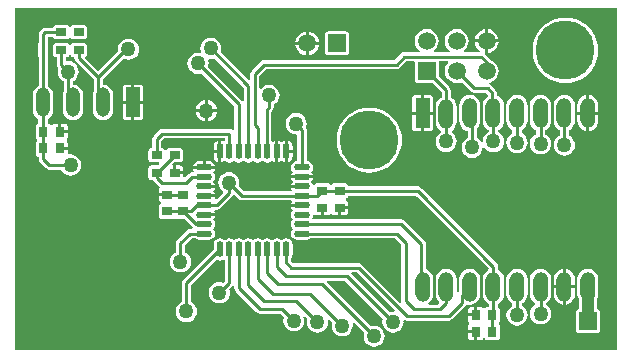
<source format=gbl>
G04 Layer_Physical_Order=2*
G04 Layer_Color=16711680*
%FSLAX25Y25*%
%MOIN*%
G70*
G01*
G75*
%ADD14R,0.03543X0.03150*%
%ADD15R,0.03150X0.03543*%
%ADD16C,0.01000*%
%ADD17C,0.19685*%
%ADD18R,0.04724X0.09842*%
%ADD19O,0.04724X0.09842*%
%ADD20R,0.05905X0.05905*%
%ADD21C,0.05905*%
%ADD22C,0.05000*%
%ADD23R,0.05000X0.10000*%
%ADD24O,0.05000X0.10000*%
%ADD25R,0.03543X0.02756*%
%ADD26O,0.05315X0.02165*%
%ADD27O,0.02165X0.05315*%
%ADD28C,0.03937*%
G36*
X200787Y0D02*
X0D01*
Y114173D01*
X200787D01*
Y0D01*
D02*
G37*
%LPC*%
G36*
X67807Y65839D02*
X66184D01*
Y64764D01*
X66345Y63951D01*
X66806Y63262D01*
X67494Y62802D01*
X67807Y62740D01*
Y65839D01*
D02*
G37*
G36*
X87705Y69937D02*
Y66339D01*
Y62740D01*
X88017Y62802D01*
X88706Y63262D01*
X88853D01*
X89542Y62802D01*
X89854Y62740D01*
Y66339D01*
Y69937D01*
X89542Y69875D01*
X88853Y69415D01*
X88706D01*
X88017Y69875D01*
X87705Y69937D01*
D02*
G37*
G36*
X183071Y85167D02*
X182157Y85047D01*
X181306Y84694D01*
X180575Y84133D01*
X180014Y83402D01*
X179661Y82551D01*
X179541Y81637D01*
Y76637D01*
X179661Y75723D01*
X180014Y74872D01*
X180575Y74141D01*
X181306Y73580D01*
X181542Y73482D01*
Y71659D01*
X181306Y71561D01*
X180575Y71000D01*
X180014Y70269D01*
X179661Y69418D01*
X179541Y68504D01*
X179661Y67590D01*
X180014Y66739D01*
X180575Y66008D01*
X181306Y65447D01*
X182157Y65094D01*
X183071Y64974D01*
X183984Y65094D01*
X184836Y65447D01*
X185567Y66008D01*
X186128Y66739D01*
X186481Y67590D01*
X186601Y68504D01*
X186481Y69418D01*
X186128Y70269D01*
X185567Y71000D01*
X184836Y71561D01*
X184600Y71659D01*
Y73482D01*
X184836Y73580D01*
X185567Y74141D01*
X186128Y74872D01*
X186481Y75723D01*
X186601Y76637D01*
Y81637D01*
X186481Y82551D01*
X186128Y83402D01*
X185567Y84133D01*
X184836Y84694D01*
X183984Y85047D01*
X183071Y85167D01*
D02*
G37*
G36*
X62492Y63147D02*
X61417D01*
X60605Y62985D01*
X59916Y62525D01*
X59456Y61836D01*
X59393Y61524D01*
X62492D01*
Y63147D01*
D02*
G37*
G36*
X64567D02*
X63492D01*
Y61524D01*
X66591D01*
X66529Y61836D01*
X66069Y62525D01*
X65380Y62985D01*
X64567Y63147D01*
D02*
G37*
G36*
X92478Y65839D02*
X90854D01*
Y62740D01*
X91167Y62802D01*
X91856Y63262D01*
X92316Y63951D01*
X92478Y64764D01*
Y65839D01*
D02*
G37*
G36*
X175197Y85167D02*
X174283Y85047D01*
X173432Y84694D01*
X172701Y84133D01*
X172140Y83402D01*
X171787Y82551D01*
X171667Y81637D01*
Y76637D01*
X171787Y75723D01*
X172140Y74872D01*
X172701Y74141D01*
X173432Y73580D01*
X173668Y73482D01*
Y72053D01*
X173432Y71955D01*
X172701Y71394D01*
X172140Y70663D01*
X171787Y69811D01*
X171667Y68898D01*
X171787Y67984D01*
X172140Y67133D01*
X172701Y66401D01*
X173432Y65840D01*
X174283Y65488D01*
X175197Y65367D01*
X176110Y65488D01*
X176962Y65840D01*
X177693Y66401D01*
X178254Y67133D01*
X178607Y67984D01*
X178727Y68898D01*
X178607Y69811D01*
X178254Y70663D01*
X177693Y71394D01*
X176962Y71955D01*
X176726Y72053D01*
Y73482D01*
X176962Y73580D01*
X177693Y74141D01*
X178254Y74872D01*
X178607Y75723D01*
X178727Y76637D01*
Y81637D01*
X178607Y82551D01*
X178254Y83402D01*
X177693Y84133D01*
X176962Y84694D01*
X176110Y85047D01*
X175197Y85167D01*
D02*
G37*
G36*
X135327Y78637D02*
X132307D01*
Y74137D01*
X132385Y73747D01*
X132606Y73416D01*
X132937Y73195D01*
X133327Y73117D01*
X135327D01*
Y78637D01*
D02*
G37*
G36*
X139346D02*
X136327D01*
Y73117D01*
X138327D01*
X138717Y73195D01*
X139048Y73416D01*
X139269Y73747D01*
X139346Y74137D01*
Y78637D01*
D02*
G37*
G36*
X190445D02*
X187415D01*
Y76637D01*
X187535Y75723D01*
X187888Y74872D01*
X188449Y74141D01*
X189180Y73580D01*
X190031Y73227D01*
X190445Y73172D01*
Y78637D01*
D02*
G37*
G36*
X167323Y85167D02*
X166409Y85047D01*
X165558Y84694D01*
X164827Y84133D01*
X164266Y83402D01*
X163913Y82551D01*
X163793Y81637D01*
Y76637D01*
X163913Y75723D01*
X164266Y74872D01*
X164827Y74141D01*
X165558Y73580D01*
X165794Y73482D01*
Y72446D01*
X165558Y72349D01*
X164827Y71788D01*
X164266Y71056D01*
X163913Y70205D01*
X163793Y69291D01*
X163913Y68378D01*
X164266Y67526D01*
X164827Y66795D01*
X165558Y66234D01*
X166409Y65881D01*
X167323Y65761D01*
X168236Y65881D01*
X169088Y66234D01*
X169819Y66795D01*
X170380Y67526D01*
X170733Y68378D01*
X170853Y69291D01*
X170733Y70205D01*
X170380Y71056D01*
X169819Y71788D01*
X169088Y72349D01*
X168852Y72446D01*
Y73482D01*
X169088Y73580D01*
X169819Y74141D01*
X170380Y74872D01*
X170733Y75723D01*
X170853Y76637D01*
Y81637D01*
X170733Y82551D01*
X170380Y83402D01*
X169819Y84133D01*
X169088Y84694D01*
X168236Y85047D01*
X167323Y85167D01*
D02*
G37*
G36*
X67807Y69937D02*
X67494Y69875D01*
X66806Y69415D01*
X66345Y68726D01*
X66184Y67913D01*
Y66839D01*
X67807D01*
Y69937D01*
D02*
G37*
G36*
X90854Y69937D02*
Y66839D01*
X92478D01*
Y67913D01*
X92316Y68726D01*
X91856Y69415D01*
X91167Y69875D01*
X90854Y69937D01*
D02*
G37*
G36*
X175197Y27290D02*
X174283Y27170D01*
X173432Y26817D01*
X172701Y26256D01*
X172140Y25525D01*
X171787Y24674D01*
X171667Y23760D01*
Y18760D01*
X171787Y17846D01*
X172140Y16995D01*
X172701Y16264D01*
X173347Y15768D01*
X173395Y15482D01*
X173347Y15197D01*
X172701Y14701D01*
X172140Y13970D01*
X171787Y13118D01*
X171667Y12205D01*
X171787Y11291D01*
X172140Y10440D01*
X172701Y9708D01*
X173432Y9148D01*
X174283Y8795D01*
X175197Y8675D01*
X176110Y8795D01*
X176962Y9148D01*
X177693Y9708D01*
X178254Y10440D01*
X178607Y11291D01*
X178727Y12205D01*
X178607Y13118D01*
X178254Y13970D01*
X177693Y14701D01*
X177047Y15197D01*
X176999Y15482D01*
X177047Y15768D01*
X177693Y16264D01*
X178254Y16995D01*
X178607Y17846D01*
X178727Y18760D01*
Y23760D01*
X178607Y24674D01*
X178254Y25525D01*
X177693Y26256D01*
X176962Y26817D01*
X176110Y27170D01*
X175197Y27290D01*
D02*
G37*
G36*
X153043Y14602D02*
X151969D01*
X151578Y14525D01*
X151248Y14304D01*
X151026Y13973D01*
X150949Y13583D01*
Y12311D01*
X153043D01*
Y14602D01*
D02*
G37*
G36*
X182571Y20760D02*
X179541D01*
Y18760D01*
X179661Y17846D01*
X180014Y16995D01*
X180575Y16264D01*
X181306Y15703D01*
X182157Y15350D01*
X182571Y15295D01*
Y20760D01*
D02*
G37*
G36*
X153043Y5799D02*
X150949D01*
Y4528D01*
X151026Y4137D01*
X151248Y3807D01*
X151578Y3586D01*
X151969Y3508D01*
X153043D01*
Y5799D01*
D02*
G37*
G36*
X190945Y27290D02*
X190031Y27170D01*
X189180Y26817D01*
X188449Y26256D01*
X187888Y25525D01*
X187535Y24674D01*
X187415Y23760D01*
Y18760D01*
X187535Y17846D01*
X187888Y16995D01*
X187951Y16913D01*
Y13807D01*
X187602Y13737D01*
X187271Y13516D01*
X187050Y13185D01*
X186972Y12795D01*
Y6890D01*
X187050Y6500D01*
X187271Y6169D01*
X187602Y5948D01*
X187992Y5870D01*
X193898D01*
X194288Y5948D01*
X194619Y6169D01*
X194840Y6500D01*
X194917Y6890D01*
Y12795D01*
X194840Y13185D01*
X194619Y13516D01*
X194288Y13737D01*
X193939Y13807D01*
Y16913D01*
X194002Y16995D01*
X194355Y17846D01*
X194475Y18760D01*
Y23760D01*
X194355Y24674D01*
X194002Y25525D01*
X193441Y26256D01*
X192710Y26817D01*
X191858Y27170D01*
X190945Y27290D01*
D02*
G37*
G36*
X167323D02*
X166409Y27170D01*
X165558Y26817D01*
X164827Y26256D01*
X164266Y25525D01*
X163913Y24674D01*
X163793Y23760D01*
Y18760D01*
X163913Y17846D01*
X164266Y16995D01*
X164827Y16264D01*
X165558Y15703D01*
X165794Y15605D01*
Y14966D01*
X165558Y14868D01*
X164827Y14307D01*
X164266Y13576D01*
X163913Y12725D01*
X163793Y11811D01*
X163913Y10897D01*
X164266Y10046D01*
X164827Y9315D01*
X165558Y8754D01*
X166409Y8401D01*
X167323Y8281D01*
X168236Y8401D01*
X169088Y8754D01*
X169819Y9315D01*
X170380Y10046D01*
X170733Y10897D01*
X170853Y11811D01*
X170733Y12725D01*
X170380Y13576D01*
X169819Y14307D01*
X169088Y14868D01*
X168852Y14966D01*
Y15605D01*
X169088Y15703D01*
X169819Y16264D01*
X170380Y16995D01*
X170733Y17846D01*
X170853Y18760D01*
Y23760D01*
X170733Y24674D01*
X170380Y25525D01*
X169819Y26256D01*
X169088Y26817D01*
X168236Y27170D01*
X167323Y27290D01*
D02*
G37*
G36*
X186601Y20760D02*
X183571D01*
Y15295D01*
X183984Y15350D01*
X184836Y15703D01*
X185567Y16264D01*
X186128Y16995D01*
X186481Y17846D01*
X186601Y18760D01*
Y20760D01*
D02*
G37*
G36*
X93701Y79121D02*
X92787Y79001D01*
X91936Y78648D01*
X91205Y78087D01*
X90644Y77356D01*
X90291Y76504D01*
X90171Y75590D01*
X90291Y74677D01*
X90644Y73826D01*
X91205Y73094D01*
X91936Y72533D01*
X92787Y72181D01*
X93701Y72060D01*
X93764Y72069D01*
X94140Y71739D01*
Y63147D01*
X94095D01*
X93282Y62985D01*
X92593Y62525D01*
X92133Y61836D01*
X91971Y61024D01*
X92133Y60211D01*
X92383Y59837D01*
X92560Y59449D01*
X92383Y59061D01*
X92133Y58687D01*
X92071Y58374D01*
X95669D01*
X99268D01*
X99206Y58687D01*
X98956Y59061D01*
X98779Y59449D01*
X98956Y59837D01*
X99206Y60211D01*
X99368Y61024D01*
X99206Y61836D01*
X98746Y62525D01*
X98057Y62985D01*
X97244Y63147D01*
X97199D01*
Y73622D01*
X97082Y74207D01*
X96980Y74361D01*
X97111Y74677D01*
X97231Y75590D01*
X97111Y76504D01*
X96758Y77356D01*
X96197Y78087D01*
X95466Y78648D01*
X94614Y79001D01*
X93701Y79121D01*
D02*
G37*
G36*
X118110Y80955D02*
X116409Y80821D01*
X114749Y80423D01*
X113173Y79769D01*
X111717Y78878D01*
X110420Y77769D01*
X109311Y76472D01*
X108420Y75016D01*
X107766Y73440D01*
X107368Y71780D01*
X107234Y70079D01*
X107368Y68377D01*
X107766Y66718D01*
X108420Y65141D01*
X109311Y63686D01*
X110420Y62388D01*
X111717Y61280D01*
X113173Y60388D01*
X114749Y59735D01*
X116409Y59337D01*
X118110Y59203D01*
X119812Y59337D01*
X121471Y59735D01*
X123048Y60388D01*
X124503Y61280D01*
X125801Y62388D01*
X126909Y63686D01*
X127801Y65141D01*
X128454Y66718D01*
X128852Y68377D01*
X128986Y70079D01*
X128852Y71780D01*
X128454Y73440D01*
X127801Y75016D01*
X126909Y76472D01*
X125801Y77769D01*
X124503Y78878D01*
X123048Y79769D01*
X121471Y80423D01*
X119812Y80821D01*
X118110Y80955D01*
D02*
G37*
G36*
X54921Y61650D02*
X53650D01*
Y59752D01*
X55941D01*
Y60630D01*
X55863Y61020D01*
X55642Y61351D01*
X55311Y61572D01*
X54921Y61650D01*
D02*
G37*
G36*
X182571Y27224D02*
X182157Y27170D01*
X181306Y26817D01*
X180575Y26256D01*
X180014Y25525D01*
X179661Y24674D01*
X179541Y23760D01*
Y21760D01*
X182571D01*
Y27224D01*
D02*
G37*
G36*
X183571D02*
Y21760D01*
X186601D01*
Y23760D01*
X186481Y24674D01*
X186128Y25525D01*
X185567Y26256D01*
X184836Y26817D01*
X183984Y27170D01*
X183571Y27224D01*
D02*
G37*
G36*
X111059Y47138D02*
X108768D01*
Y45043D01*
X110039D01*
X110430Y45121D01*
X110760Y45342D01*
X110981Y45673D01*
X111059Y46063D01*
Y47138D01*
D02*
G37*
G36*
X110315Y106334D02*
X104409D01*
X104019Y106257D01*
X103689Y106036D01*
X103468Y105705D01*
X103390Y105315D01*
Y99410D01*
X103468Y99019D01*
X103689Y98689D01*
X104019Y98467D01*
X104409Y98390D01*
X110315D01*
X110705Y98467D01*
X111036Y98689D01*
X111257Y99019D01*
X111335Y99410D01*
Y105315D01*
X111257Y105705D01*
X111036Y106036D01*
X110705Y106257D01*
X110315Y106334D01*
D02*
G37*
G36*
X96862Y101862D02*
X93441D01*
X93511Y101330D01*
X93910Y100369D01*
X94543Y99543D01*
X95369Y98909D01*
X96330Y98511D01*
X96862Y98441D01*
Y101862D01*
D02*
G37*
G36*
X101283D02*
X97862D01*
Y98441D01*
X98394Y98511D01*
X99356Y98909D01*
X100181Y99543D01*
X100815Y100369D01*
X101213Y101330D01*
X101283Y101862D01*
D02*
G37*
G36*
X41653Y88618D02*
X39791D01*
Y83177D01*
X42673D01*
Y87598D01*
X42595Y87989D01*
X42375Y88319D01*
X42044Y88540D01*
X41653Y88618D01*
D02*
G37*
G36*
X183465Y110876D02*
X181763Y110742D01*
X180104Y110344D01*
X178527Y109691D01*
X177072Y108799D01*
X175774Y107691D01*
X174666Y106393D01*
X173774Y104938D01*
X173121Y103361D01*
X172722Y101701D01*
X172589Y100000D01*
X172722Y98299D01*
X173121Y96639D01*
X173774Y95062D01*
X174666Y93607D01*
X175774Y92309D01*
X177072Y91201D01*
X178527Y90309D01*
X180104Y89656D01*
X181763Y89258D01*
X183465Y89124D01*
X185166Y89258D01*
X186826Y89656D01*
X188402Y90309D01*
X189857Y91201D01*
X191155Y92309D01*
X192263Y93607D01*
X193155Y95062D01*
X193808Y96639D01*
X194207Y98299D01*
X194341Y100000D01*
X194207Y101701D01*
X193808Y103361D01*
X193155Y104938D01*
X192263Y106393D01*
X191155Y107691D01*
X189857Y108799D01*
X188402Y109691D01*
X186826Y110344D01*
X185166Y110742D01*
X183465Y110876D01*
D02*
G37*
G36*
X37795Y103924D02*
X36882Y103804D01*
X36030Y103451D01*
X35299Y102890D01*
X34738Y102159D01*
X34385Y101307D01*
X34265Y100394D01*
X34346Y99777D01*
X27716Y93147D01*
X23452Y97412D01*
X23585Y97986D01*
X23753Y98098D01*
X23974Y98429D01*
X24051Y98819D01*
Y101575D01*
X23974Y101965D01*
X23753Y102296D01*
X23422Y102517D01*
X23031Y102594D01*
X19488D01*
X19098Y102517D01*
X18767Y102296D01*
X18571Y102001D01*
X18307Y101972D01*
X18044Y102001D01*
X17847Y102296D01*
X17516Y102517D01*
X17126Y102594D01*
X13583D01*
X13193Y102517D01*
X12862Y102296D01*
X12641Y101965D01*
X12563Y101575D01*
Y98819D01*
X12641Y98429D01*
X12862Y98098D01*
X13193Y97877D01*
X13583Y97799D01*
X13825D01*
Y95276D01*
X13941Y94690D01*
X14273Y94194D01*
X14404Y94063D01*
X14307Y93827D01*
X14186Y92913D01*
X14307Y92000D01*
X14659Y91148D01*
X15220Y90417D01*
X15951Y89856D01*
X16187Y89758D01*
Y86528D01*
X16016Y86114D01*
X15900Y85236D01*
Y80118D01*
X16016Y79240D01*
X16354Y78422D01*
X16893Y77720D01*
X17596Y77181D01*
X18414Y76842D01*
X19291Y76727D01*
X20169Y76842D01*
X20987Y77181D01*
X21689Y77720D01*
X22228Y78422D01*
X22567Y79240D01*
X22683Y80118D01*
Y85236D01*
X22567Y86114D01*
X22228Y86932D01*
X21689Y87634D01*
X20987Y88173D01*
X20169Y88512D01*
X19291Y88627D01*
X19246Y88667D01*
Y89758D01*
X19482Y89856D01*
X20213Y90417D01*
X20774Y91148D01*
X21126Y92000D01*
X21247Y92913D01*
X21126Y93827D01*
X20774Y94678D01*
X20213Y95410D01*
X19482Y95971D01*
X18630Y96323D01*
X17717Y96444D01*
X17260Y96383D01*
X16884Y96713D01*
Y97799D01*
X17126D01*
X17516Y97877D01*
X17847Y98098D01*
X18044Y98392D01*
X18307Y98421D01*
X18571Y98392D01*
X18767Y98098D01*
X19098Y97877D01*
X19488Y97799D01*
X19730D01*
Y97441D01*
X19847Y96856D01*
X20178Y96359D01*
X26187Y90351D01*
Y86528D01*
X26016Y86114D01*
X25900Y85236D01*
Y80118D01*
X26016Y79240D01*
X26355Y78422D01*
X26893Y77720D01*
X27596Y77181D01*
X28414Y76842D01*
X29291Y76727D01*
X30169Y76842D01*
X30987Y77181D01*
X31689Y77720D01*
X32228Y78422D01*
X32567Y79240D01*
X32682Y80118D01*
Y85236D01*
X32567Y86114D01*
X32228Y86932D01*
X31689Y87634D01*
X30987Y88173D01*
X30169Y88512D01*
X29291Y88627D01*
X29246Y88667D01*
Y90351D01*
X36173Y97277D01*
X36882Y96984D01*
X37795Y96864D01*
X38709Y96984D01*
X39560Y97337D01*
X40292Y97897D01*
X40852Y98629D01*
X41205Y99480D01*
X41326Y100394D01*
X41205Y101307D01*
X40852Y102159D01*
X40292Y102890D01*
X39560Y103451D01*
X38709Y103804D01*
X37795Y103924D01*
D02*
G37*
G36*
X161165Y102650D02*
X157744D01*
Y99229D01*
X158276Y99299D01*
X159238Y99697D01*
X160063Y100330D01*
X160697Y101156D01*
X161095Y102118D01*
X161165Y102650D01*
D02*
G37*
G36*
X156744Y107071D02*
X156212Y107001D01*
X155251Y106602D01*
X154425Y105969D01*
X153791Y105143D01*
X153393Y104182D01*
X153323Y103650D01*
X156744D01*
Y107071D01*
D02*
G37*
G36*
X157744D02*
Y103650D01*
X161165D01*
X161095Y104182D01*
X160697Y105143D01*
X160063Y105969D01*
X159238Y106602D01*
X158276Y107001D01*
X157744Y107071D01*
D02*
G37*
G36*
X23031Y108500D02*
X19488D01*
X19098Y108422D01*
X18767Y108201D01*
X18571Y107907D01*
X18307Y107878D01*
X18044Y107907D01*
X17847Y108201D01*
X17516Y108422D01*
X17126Y108500D01*
X13583D01*
X13193Y108422D01*
X12862Y108201D01*
X12641Y107870D01*
X12593Y107632D01*
X10039D01*
X9454Y107515D01*
X8958Y107184D01*
X8367Y106593D01*
X8036Y106097D01*
X7919Y105512D01*
Y102790D01*
X7914Y102781D01*
X7797Y102196D01*
Y98198D01*
X7914Y97612D01*
X7919Y97604D01*
Y88307D01*
X7596Y88173D01*
X6893Y87634D01*
X6355Y86932D01*
X6016Y86114D01*
X5900Y85236D01*
Y80118D01*
X6016Y79240D01*
X6355Y78422D01*
X6893Y77720D01*
X7596Y77181D01*
X7762Y77112D01*
Y75604D01*
X7484Y75548D01*
X7153Y75327D01*
X6932Y74997D01*
X6854Y74606D01*
Y71063D01*
X6932Y70673D01*
X7153Y70342D01*
Y69815D01*
X6932Y69485D01*
X6854Y69095D01*
Y65551D01*
X6932Y65161D01*
X7153Y64830D01*
X7484Y64609D01*
X7874Y64532D01*
X7919D01*
Y63779D01*
X8036Y63194D01*
X8367Y62698D01*
X10336Y60730D01*
X10832Y60398D01*
X11417Y60282D01*
X15349D01*
X15447Y60046D01*
X16008Y59315D01*
X16739Y58754D01*
X17590Y58401D01*
X18504Y58281D01*
X19418Y58401D01*
X20269Y58754D01*
X21000Y59315D01*
X21561Y60046D01*
X21914Y60897D01*
X22034Y61811D01*
X21914Y62725D01*
X21561Y63576D01*
X21000Y64307D01*
X20269Y64868D01*
X19418Y65221D01*
X18504Y65341D01*
X18010Y65276D01*
X17845Y65376D01*
X17555Y65721D01*
Y66823D01*
X14961D01*
Y67823D01*
X17555D01*
Y69095D01*
X17477Y69485D01*
X17256Y69815D01*
Y70342D01*
X17477Y70673D01*
X17555Y71063D01*
Y72335D01*
X14961D01*
Y72835D01*
X14461D01*
Y75626D01*
X13386D01*
X12996Y75548D01*
X12665Y75327D01*
X12468Y75033D01*
X12205Y75004D01*
X11941Y75033D01*
X11745Y75327D01*
X11414Y75548D01*
X11024Y75626D01*
X10821D01*
Y77112D01*
X10987Y77181D01*
X11689Y77720D01*
X12228Y78422D01*
X12567Y79240D01*
X12683Y80118D01*
Y85236D01*
X12567Y86114D01*
X12228Y86932D01*
X11689Y87634D01*
X10987Y88173D01*
X10978Y88177D01*
Y98075D01*
X10862Y98661D01*
X10856Y98669D01*
Y101725D01*
X10862Y101733D01*
X10978Y102318D01*
Y104573D01*
X12593D01*
X12641Y104334D01*
X12862Y104004D01*
X13193Y103782D01*
X13583Y103705D01*
X17126D01*
X17516Y103782D01*
X17847Y104004D01*
X18044Y104298D01*
X18307Y104327D01*
X18571Y104298D01*
X18767Y104004D01*
X19098Y103782D01*
X19488Y103705D01*
X23031D01*
X23422Y103782D01*
X23753Y104004D01*
X23974Y104334D01*
X24051Y104724D01*
Y107480D01*
X23974Y107870D01*
X23753Y108201D01*
X23422Y108422D01*
X23031Y108500D01*
D02*
G37*
G36*
X147244Y107136D02*
X146212Y107001D01*
X145251Y106602D01*
X144425Y105969D01*
X143791Y105143D01*
X143393Y104182D01*
X143257Y103150D01*
X143393Y102118D01*
X143791Y101156D01*
X144425Y100330D01*
X144935Y99939D01*
X144766Y99439D01*
X139723D01*
X139553Y99939D01*
X140063Y100330D01*
X140697Y101156D01*
X141095Y102118D01*
X141231Y103150D01*
X141095Y104182D01*
X140697Y105143D01*
X140063Y105969D01*
X139237Y106602D01*
X138276Y107001D01*
X137244Y107136D01*
X136212Y107001D01*
X135251Y106602D01*
X134425Y105969D01*
X133791Y105143D01*
X133393Y104182D01*
X133257Y103150D01*
X133393Y102118D01*
X133791Y101156D01*
X134425Y100330D01*
X134935Y99939D01*
X134766Y99439D01*
X129799D01*
X129214Y99322D01*
X128718Y98991D01*
X126532Y96805D01*
X83071D01*
X82486Y96689D01*
X81989Y96357D01*
X78840Y93207D01*
X78508Y92711D01*
X78392Y92126D01*
Y90409D01*
X77930Y90217D01*
X68588Y99559D01*
X68686Y99795D01*
X68806Y100709D01*
X68686Y101622D01*
X68333Y102474D01*
X67772Y103205D01*
X67041Y103766D01*
X66189Y104119D01*
X65276Y104239D01*
X64362Y104119D01*
X63511Y103766D01*
X62779Y103205D01*
X62218Y102474D01*
X61866Y101622D01*
X61745Y100709D01*
X61866Y99795D01*
X61939Y99617D01*
X61588Y99159D01*
X60984Y99239D01*
X60071Y99119D01*
X59219Y98766D01*
X58488Y98205D01*
X57927Y97474D01*
X57574Y96622D01*
X57454Y95709D01*
X57574Y94795D01*
X57927Y93944D01*
X58488Y93212D01*
X59219Y92651D01*
X60071Y92299D01*
X60984Y92178D01*
X61898Y92299D01*
X62134Y92396D01*
X73077Y81453D01*
Y73419D01*
X72577Y73268D01*
X72538Y73326D01*
X72042Y73657D01*
X71457Y73773D01*
X49016D01*
X48430Y73657D01*
X47934Y73326D01*
X46163Y71554D01*
X45831Y71058D01*
X45715Y70473D01*
Y67555D01*
X45472D01*
X45082Y67477D01*
X44752Y67256D01*
X44530Y66926D01*
X44453Y66535D01*
Y63779D01*
X44530Y63389D01*
X44752Y63059D01*
X45082Y62837D01*
X45472Y62760D01*
X47936D01*
X48127Y62298D01*
X47479Y61650D01*
X45472D01*
X45082Y61572D01*
X44752Y61351D01*
X44530Y61020D01*
X44453Y60630D01*
Y57874D01*
X44530Y57484D01*
X44752Y57153D01*
X45082Y56932D01*
X45472Y56854D01*
X45858D01*
X46163Y56399D01*
X47738Y54824D01*
X47997Y54650D01*
X48208Y54377D01*
X48125Y54010D01*
X48074Y53934D01*
X47996Y53543D01*
Y52469D01*
X50788D01*
Y51468D01*
X47996D01*
Y50394D01*
X48074Y50003D01*
X48295Y49673D01*
X48589Y49476D01*
X48618Y49213D01*
X48589Y48949D01*
X48295Y48752D01*
X48074Y48422D01*
X47996Y48031D01*
Y44882D01*
X48074Y44492D01*
X48295Y44161D01*
X48626Y43940D01*
X49016Y43862D01*
X52559D01*
X52949Y43940D01*
X52956Y43944D01*
X53347Y44129D01*
X53737Y43944D01*
X53744Y43940D01*
X54134Y43862D01*
X56337D01*
X59155Y41045D01*
X59213Y41006D01*
X59061Y40506D01*
X58268D01*
X57682Y40389D01*
X57186Y40058D01*
X54037Y36908D01*
X53705Y36412D01*
X53589Y35827D01*
Y32682D01*
X53353Y32585D01*
X52622Y32024D01*
X52061Y31293D01*
X51708Y30441D01*
X51588Y29528D01*
X51708Y28614D01*
X52061Y27762D01*
X52622Y27031D01*
X53353Y26470D01*
X54204Y26118D01*
X55118Y25997D01*
X56032Y26118D01*
X56883Y26470D01*
X57614Y27031D01*
X58175Y27762D01*
X58528Y28614D01*
X58648Y29528D01*
X58528Y30441D01*
X58175Y31293D01*
X57614Y32024D01*
X56883Y32585D01*
X56647Y32682D01*
Y35193D01*
X58901Y37447D01*
X59957D01*
X60605Y37015D01*
X61417Y36853D01*
X64567D01*
X65380Y37015D01*
X66069Y37475D01*
X66529Y38164D01*
X66690Y38976D01*
X66529Y39789D01*
X66278Y40163D01*
X66102Y40551D01*
X66278Y40939D01*
X66529Y41313D01*
X66690Y42126D01*
X66529Y42939D01*
X66278Y43313D01*
X66102Y43701D01*
X66278Y44089D01*
X66529Y44463D01*
X66591Y44776D01*
X62992D01*
Y45776D01*
X66591D01*
X66529Y46088D01*
X66323Y46396D01*
X66590Y46896D01*
X67323D01*
X67908Y47012D01*
X68404Y47344D01*
X72341Y51281D01*
X72611Y51684D01*
X73157Y51845D01*
X74509Y50493D01*
X75005Y50162D01*
X75591Y50045D01*
X92071D01*
X92338Y49545D01*
X92133Y49238D01*
X92071Y48925D01*
X95669D01*
Y47925D01*
X92071D01*
X92133Y47613D01*
X92383Y47238D01*
X92560Y46850D01*
X92383Y46463D01*
X92133Y46088D01*
X91971Y45276D01*
X92133Y44463D01*
X92383Y44089D01*
X92560Y43701D01*
X92383Y43313D01*
X92133Y42939D01*
X91971Y42126D01*
X92133Y41313D01*
X92383Y40939D01*
X92560Y40551D01*
X92383Y40163D01*
X92133Y39789D01*
X91971Y38976D01*
X92133Y38164D01*
X92593Y37475D01*
X93282Y37015D01*
X94095Y36853D01*
X97244D01*
X98057Y37015D01*
X98704Y37447D01*
X126532D01*
X128786Y35193D01*
Y16535D01*
X128866Y16130D01*
X128405Y15883D01*
X115648Y28640D01*
X115152Y28972D01*
X114567Y29089D01*
X92760D01*
X91884Y29964D01*
Y30627D01*
X92316Y31274D01*
X92478Y32087D01*
Y35236D01*
X92316Y36049D01*
X91856Y36738D01*
X91167Y37198D01*
X90354Y37360D01*
X89542Y37198D01*
X88853Y36738D01*
X88706D01*
X88017Y37198D01*
X87205Y37360D01*
X86392Y37198D01*
X86018Y36948D01*
X85630Y36771D01*
X85242Y36948D01*
X84868Y37198D01*
X84055Y37360D01*
X83242Y37198D01*
X82554Y36738D01*
X82407D01*
X81718Y37198D01*
X80905Y37360D01*
X80093Y37198D01*
X79404Y36738D01*
X79257D01*
X78569Y37198D01*
X77756Y37360D01*
X76943Y37198D01*
X76254Y36738D01*
X76108D01*
X75419Y37198D01*
X74606Y37360D01*
X73794Y37198D01*
X73105Y36738D01*
X72958D01*
X72269Y37198D01*
X71457Y37360D01*
X70644Y37198D01*
X70270Y36948D01*
X69882Y36771D01*
X69494Y36948D01*
X69120Y37198D01*
X68307Y37360D01*
X67494Y37198D01*
X66806Y36738D01*
X66345Y36049D01*
X66184Y35236D01*
Y33701D01*
X56005Y23522D01*
X55674Y23026D01*
X55557Y22441D01*
Y16147D01*
X55322Y16049D01*
X54590Y15488D01*
X54029Y14757D01*
X53677Y13906D01*
X53556Y12992D01*
X53677Y12078D01*
X54029Y11227D01*
X54590Y10496D01*
X55322Y9935D01*
X56173Y9582D01*
X57087Y9462D01*
X58000Y9582D01*
X58852Y9935D01*
X59583Y10496D01*
X60144Y11227D01*
X60496Y12078D01*
X60617Y12992D01*
X60496Y13906D01*
X60144Y14757D01*
X59583Y15488D01*
X58852Y16049D01*
X58616Y16147D01*
Y21807D01*
X67158Y30349D01*
X67494Y30125D01*
X68307Y29963D01*
X69120Y30125D01*
X69427Y30330D01*
X69927Y30063D01*
Y23271D01*
X69260Y22604D01*
X69024Y22701D01*
X68110Y22821D01*
X67197Y22701D01*
X66345Y22349D01*
X65614Y21788D01*
X65053Y21057D01*
X64700Y20205D01*
X64580Y19291D01*
X64700Y18378D01*
X65053Y17526D01*
X65614Y16795D01*
X66345Y16234D01*
X67197Y15881D01*
X68110Y15761D01*
X69024Y15881D01*
X69875Y16234D01*
X70606Y16795D01*
X71167Y17526D01*
X71520Y18378D01*
X71640Y19291D01*
X71520Y20205D01*
X71422Y20441D01*
X72538Y21556D01*
X72577Y21614D01*
X73077Y21463D01*
Y20669D01*
X73193Y20084D01*
X73525Y19588D01*
X80415Y12698D01*
X80911Y12367D01*
X81496Y12250D01*
X88343D01*
X89601Y10992D01*
X89504Y10756D01*
X89383Y9843D01*
X89504Y8929D01*
X89856Y8077D01*
X90417Y7346D01*
X91148Y6785D01*
X92000Y6433D01*
X92913Y6312D01*
X93827Y6433D01*
X94678Y6785D01*
X95410Y7346D01*
X95971Y8077D01*
X96323Y8929D01*
X96444Y9843D01*
X96323Y10756D01*
X96121Y11246D01*
X96544Y11529D01*
X97475Y10598D01*
X97378Y10362D01*
X97257Y9449D01*
X97378Y8535D01*
X97730Y7684D01*
X98291Y6953D01*
X99022Y6392D01*
X99874Y6039D01*
X100787Y5919D01*
X101701Y6039D01*
X102552Y6392D01*
X103284Y6953D01*
X103845Y7684D01*
X104197Y8535D01*
X104318Y9449D01*
X104214Y10239D01*
X104569Y10474D01*
X104659Y10501D01*
X105743Y9417D01*
X105645Y9181D01*
X105525Y8268D01*
X105645Y7354D01*
X105998Y6503D01*
X106559Y5771D01*
X107290Y5210D01*
X108141Y4858D01*
X109055Y4738D01*
X109969Y4858D01*
X110820Y5210D01*
X111551Y5771D01*
X112112Y6503D01*
X112465Y7354D01*
X112585Y8268D01*
X112481Y9058D01*
X112836Y9292D01*
X112927Y9320D01*
X116373Y5874D01*
X116275Y5638D01*
X116155Y4724D01*
X116275Y3811D01*
X116628Y2959D01*
X117189Y2228D01*
X117920Y1667D01*
X118771Y1314D01*
X119685Y1194D01*
X120599Y1314D01*
X121450Y1667D01*
X122181Y2228D01*
X122742Y2959D01*
X123095Y3811D01*
X123215Y4724D01*
X123095Y5638D01*
X122742Y6489D01*
X122181Y7221D01*
X121450Y7782D01*
X120599Y8134D01*
X119685Y8255D01*
X118771Y8134D01*
X118536Y8037D01*
X103799Y22774D01*
X104006Y23274D01*
X109996D01*
X122672Y10598D01*
X122574Y10362D01*
X122454Y9449D01*
X122574Y8535D01*
X122927Y7684D01*
X123488Y6953D01*
X124219Y6392D01*
X125071Y6039D01*
X125984Y5919D01*
X126898Y6039D01*
X127749Y6392D01*
X128481Y6953D01*
X129042Y7684D01*
X129394Y8535D01*
X129515Y9449D01*
X129462Y9845D01*
X129929Y10135D01*
X130123Y10004D01*
X130709Y9888D01*
X144488D01*
X145073Y10004D01*
X145570Y10336D01*
X149900Y14667D01*
X150232Y15163D01*
X150617Y15368D01*
X150661Y15350D01*
X151575Y15230D01*
X152489Y15350D01*
X153340Y15703D01*
X154071Y16264D01*
X154632Y16995D01*
X154985Y17846D01*
X155105Y18760D01*
Y23760D01*
X154985Y24674D01*
X154632Y25525D01*
X154071Y26256D01*
X153340Y26817D01*
X152489Y27170D01*
X151575Y27290D01*
X150661Y27170D01*
X149810Y26817D01*
X149079Y26256D01*
X148518Y25525D01*
X148165Y24674D01*
X148045Y23760D01*
Y19916D01*
X147681Y19606D01*
X147231Y19755D01*
Y23760D01*
X147111Y24674D01*
X146758Y25525D01*
X146197Y26256D01*
X145466Y26817D01*
X144615Y27170D01*
X143701Y27290D01*
X142787Y27170D01*
X141936Y26817D01*
X141205Y26256D01*
X140644Y25525D01*
X140291Y24674D01*
X140171Y23760D01*
Y18760D01*
X140291Y17846D01*
X140644Y16995D01*
X141205Y16264D01*
X141347Y16154D01*
X141384Y15648D01*
X141059Y15309D01*
X137900D01*
X137731Y15809D01*
X138323Y16264D01*
X138884Y16995D01*
X139237Y17846D01*
X139357Y18760D01*
Y23760D01*
X139237Y24674D01*
X138884Y25525D01*
X138323Y26256D01*
X137592Y26817D01*
X136962Y27078D01*
Y35433D01*
X136846Y36018D01*
X136514Y36514D01*
X129822Y43207D01*
X129325Y43539D01*
X128740Y43655D01*
X99268D01*
X99000Y44155D01*
X99206Y44463D01*
X99355Y45212D01*
X99547Y45308D01*
X99856Y45363D01*
X99870Y45342D01*
X100200Y45121D01*
X100591Y45043D01*
X101862D01*
Y47638D01*
X102862D01*
Y45043D01*
X104134D01*
X104524Y45121D01*
X104855Y45342D01*
X105052Y45636D01*
X105315Y45665D01*
X105578Y45636D01*
X105775Y45342D01*
X106106Y45121D01*
X106496Y45043D01*
X107768D01*
Y47638D01*
X108268D01*
Y48138D01*
X111059D01*
Y49213D01*
X110981Y49603D01*
X110760Y49934D01*
X110466Y50130D01*
X110437Y50394D01*
X110466Y50657D01*
X110760Y50854D01*
X110981Y51185D01*
X111059Y51575D01*
Y51620D01*
X133618D01*
X157862Y27377D01*
X157804Y26867D01*
X157684Y26817D01*
X156953Y26256D01*
X156392Y25525D01*
X156039Y24674D01*
X155919Y23760D01*
Y18760D01*
X156039Y17846D01*
X156392Y16995D01*
X156953Y16264D01*
X157684Y15703D01*
X157920Y15605D01*
Y14602D01*
X157480D01*
X157090Y14525D01*
X156759Y14304D01*
X156563Y14009D01*
X156299Y13980D01*
X156036Y14009D01*
X155839Y14304D01*
X155508Y14525D01*
X155118Y14602D01*
X154043D01*
Y11811D01*
X153543D01*
Y11311D01*
X150949D01*
Y10039D01*
X151026Y9649D01*
X151248Y9318D01*
X151248Y8792D01*
X151026Y8461D01*
X150949Y8071D01*
Y6799D01*
X153543D01*
Y6299D01*
X154043D01*
Y3508D01*
X155118D01*
X155508Y3586D01*
X155839Y3807D01*
X156036Y4101D01*
X156299Y4130D01*
X156563Y4101D01*
X156759Y3807D01*
X157090Y3586D01*
X157480Y3508D01*
X160630D01*
X161020Y3586D01*
X161351Y3807D01*
X161572Y4137D01*
X161650Y4528D01*
Y8071D01*
X161572Y8461D01*
X161351Y8792D01*
X161351Y9318D01*
X161572Y9649D01*
X161650Y10039D01*
Y13583D01*
X161572Y13973D01*
X161351Y14304D01*
X161020Y14525D01*
X160978Y14533D01*
Y15605D01*
X161214Y15703D01*
X161945Y16264D01*
X162506Y16995D01*
X162859Y17846D01*
X162979Y18760D01*
Y23760D01*
X162859Y24674D01*
X162506Y25525D01*
X161945Y26256D01*
X161214Y26817D01*
X160978Y26915D01*
Y27953D01*
X160862Y28538D01*
X160530Y29034D01*
X135333Y54231D01*
X134837Y54563D01*
X134252Y54679D01*
X111059D01*
Y54724D01*
X110981Y55115D01*
X110760Y55445D01*
X110430Y55666D01*
X110039Y55744D01*
X106496D01*
X106106Y55666D01*
X105775Y55445D01*
X105578Y55151D01*
X105315Y55122D01*
X105052Y55151D01*
X104855Y55445D01*
X104524Y55666D01*
X104134Y55744D01*
X100591D01*
X100200Y55666D01*
X99870Y55445D01*
X99765Y55289D01*
X99234Y55395D01*
X99206Y55537D01*
X98956Y55911D01*
X98779Y56299D01*
X98956Y56687D01*
X99206Y57061D01*
X99268Y57374D01*
X95669D01*
X92071D01*
X92133Y57061D01*
X92383Y56687D01*
X92560Y56299D01*
X92383Y55911D01*
X92133Y55537D01*
X92071Y55225D01*
X95669D01*
Y54224D01*
X92071D01*
X92133Y53912D01*
X92338Y53604D01*
X92071Y53104D01*
X76224D01*
X74572Y54756D01*
X74670Y54992D01*
X74790Y55905D01*
X74670Y56819D01*
X74317Y57671D01*
X73756Y58402D01*
X73025Y58963D01*
X72174Y59315D01*
X71260Y59436D01*
X70346Y59315D01*
X69495Y58963D01*
X68764Y58402D01*
X68203Y57671D01*
X67850Y56819D01*
X67730Y55905D01*
X67850Y54992D01*
X68203Y54140D01*
X68764Y53409D01*
X69145Y53117D01*
X69188Y52453D01*
X66994Y50260D01*
X66812Y50287D01*
X66567Y50698D01*
X66543Y50832D01*
X66591Y51075D01*
X62992D01*
Y52075D01*
X66591D01*
X66529Y52387D01*
X66278Y52762D01*
X66102Y53150D01*
X66278Y53537D01*
X66529Y53912D01*
X66591Y54224D01*
X62992D01*
Y55224D01*
X66591D01*
X66529Y55537D01*
X66278Y55911D01*
X66102Y56299D01*
X66278Y56687D01*
X66529Y57061D01*
X66690Y57874D01*
X66529Y58687D01*
X66278Y59061D01*
X66102Y59449D01*
X66278Y59837D01*
X66529Y60211D01*
X66591Y60524D01*
X62992D01*
X59393D01*
X59456Y60211D01*
X59661Y59903D01*
X59394Y59403D01*
X59055D01*
X58470Y59287D01*
X57974Y58955D01*
X56745Y57727D01*
X56077Y57733D01*
X55941Y57874D01*
Y58752D01*
X53150D01*
Y59252D01*
X52650D01*
Y61650D01*
X52458D01*
X52267Y62112D01*
X52915Y62760D01*
X54921D01*
X55311Y62838D01*
X55642Y63059D01*
X55863Y63389D01*
X55941Y63779D01*
Y66535D01*
X55863Y66926D01*
X55642Y67256D01*
X55311Y67477D01*
X54921Y67555D01*
X51378D01*
X50988Y67477D01*
X50657Y67256D01*
X50460Y66962D01*
X50197Y66933D01*
X49933Y66962D01*
X49737Y67256D01*
X49406Y67477D01*
X49016Y67555D01*
X48774D01*
Y69839D01*
X49649Y70715D01*
X69927D01*
Y69937D01*
X69427Y69670D01*
X69120Y69875D01*
X68807Y69937D01*
Y66339D01*
Y62740D01*
X69120Y62802D01*
X69809Y63262D01*
X69955D01*
X70644Y62802D01*
X71457Y62640D01*
X72269Y62802D01*
X72958Y63262D01*
X73105D01*
X73794Y62802D01*
X74606Y62640D01*
X75419Y62802D01*
X75793Y63052D01*
X76181Y63229D01*
X76569Y63052D01*
X76943Y62802D01*
X77756Y62640D01*
X78569Y62802D01*
X79257Y63262D01*
X79404D01*
X80093Y62802D01*
X80905Y62640D01*
X81718Y62802D01*
X82407Y63262D01*
X82554D01*
X83242Y62802D01*
X84055Y62640D01*
X84868Y62802D01*
X85242Y63052D01*
X85630Y63229D01*
X86018Y63052D01*
X86392Y62802D01*
X86705Y62740D01*
Y66339D01*
Y69937D01*
X86392Y69875D01*
X86018Y69625D01*
X85858Y69552D01*
X85388Y69774D01*
Y79583D01*
X85727Y79922D01*
X86059Y80419D01*
X86175Y81004D01*
Y81884D01*
X86411Y81982D01*
X87142Y82543D01*
X87703Y83274D01*
X88056Y84126D01*
X88176Y85039D01*
X88056Y85953D01*
X87703Y86804D01*
X87142Y87536D01*
X86411Y88097D01*
X85559Y88449D01*
X84646Y88570D01*
X83732Y88449D01*
X82881Y88097D01*
X82149Y87536D01*
X81951Y87277D01*
X81451Y87446D01*
Y91492D01*
X83704Y93746D01*
X127165D01*
X127751Y93863D01*
X128247Y94194D01*
X130433Y96380D01*
X133044D01*
X133272Y96102D01*
Y90197D01*
X133349Y89807D01*
X133570Y89476D01*
X133901Y89255D01*
X134291Y89177D01*
X139053D01*
X142172Y86059D01*
Y84398D01*
X141936Y84300D01*
X141205Y83739D01*
X140644Y83008D01*
X140291Y82157D01*
X140171Y81243D01*
Y76243D01*
X140291Y75330D01*
X140644Y74478D01*
X141205Y73747D01*
X141853Y73249D01*
X141900Y72964D01*
X141853Y72679D01*
X141205Y72181D01*
X140644Y71450D01*
X140291Y70599D01*
X140171Y69685D01*
X140291Y68771D01*
X140644Y67920D01*
X141205Y67189D01*
X141936Y66628D01*
X142787Y66275D01*
X143701Y66155D01*
X144615Y66275D01*
X145466Y66628D01*
X146197Y67189D01*
X146758Y67920D01*
X147111Y68771D01*
X147231Y69685D01*
X147111Y70599D01*
X146758Y71450D01*
X146197Y72181D01*
X145548Y72679D01*
X145502Y72964D01*
X145548Y73249D01*
X146197Y73747D01*
X146758Y74478D01*
X147111Y75330D01*
X147231Y76243D01*
Y81243D01*
X147111Y82157D01*
X146758Y83008D01*
X146197Y83739D01*
X145466Y84300D01*
X145230Y84398D01*
Y86693D01*
X145114Y87278D01*
X144782Y87774D01*
X141216Y91340D01*
Y96102D01*
X141444Y96380D01*
X144213D01*
X144357Y95880D01*
X143791Y95143D01*
X143393Y94182D01*
X143257Y93150D01*
X143393Y92118D01*
X143791Y91156D01*
X144425Y90330D01*
X145251Y89697D01*
X146212Y89299D01*
X147244Y89163D01*
X148276Y89299D01*
X148740Y89491D01*
X151911Y86320D01*
X152407Y85989D01*
X152992Y85872D01*
X156847D01*
X157526Y85193D01*
Y84573D01*
X156953Y84133D01*
X156392Y83402D01*
X156039Y82551D01*
X155919Y81637D01*
Y76637D01*
X156039Y75723D01*
X156392Y74872D01*
X156953Y74141D01*
X157684Y73580D01*
X157920Y73482D01*
Y72840D01*
X157684Y72742D01*
X156953Y72181D01*
X156392Y71450D01*
X156039Y70599D01*
X155919Y69685D01*
X155938Y69536D01*
X155451Y69405D01*
X155419Y69482D01*
X154858Y70213D01*
X154127Y70774D01*
X153892Y70871D01*
Y74003D01*
X154071Y74141D01*
X154632Y74872D01*
X154985Y75723D01*
X155105Y76637D01*
Y81637D01*
X154985Y82551D01*
X154632Y83402D01*
X154071Y84133D01*
X153340Y84694D01*
X152489Y85047D01*
X151575Y85167D01*
X150661Y85047D01*
X149810Y84694D01*
X149079Y84133D01*
X148518Y83402D01*
X148165Y82551D01*
X148045Y81637D01*
Y76637D01*
X148165Y75723D01*
X148518Y74872D01*
X149079Y74141D01*
X149810Y73580D01*
X150661Y73227D01*
X150833Y73204D01*
Y70871D01*
X150597Y70774D01*
X149866Y70213D01*
X149305Y69482D01*
X148952Y68630D01*
X148832Y67716D01*
X148952Y66803D01*
X149305Y65951D01*
X149866Y65220D01*
X150597Y64659D01*
X151449Y64307D01*
X152362Y64186D01*
X153276Y64307D01*
X154127Y64659D01*
X154858Y65220D01*
X155419Y65951D01*
X155772Y66803D01*
X155892Y67716D01*
X155873Y67866D01*
X156360Y67997D01*
X156392Y67920D01*
X156953Y67189D01*
X157684Y66628D01*
X158535Y66275D01*
X159449Y66155D01*
X160363Y66275D01*
X161214Y66628D01*
X161945Y67189D01*
X162506Y67920D01*
X162859Y68771D01*
X162979Y69685D01*
X162859Y70599D01*
X162506Y71450D01*
X161945Y72181D01*
X161214Y72742D01*
X160978Y72840D01*
Y73482D01*
X161214Y73580D01*
X161945Y74141D01*
X162506Y74872D01*
X162859Y75723D01*
X162979Y76637D01*
Y81637D01*
X162859Y82551D01*
X162506Y83402D01*
X161945Y84133D01*
X161214Y84694D01*
X160584Y84955D01*
Y85827D01*
X160468Y86412D01*
X160137Y86908D01*
X158562Y88483D01*
X158125Y88775D01*
X158118Y89014D01*
X158190Y89287D01*
X158276Y89299D01*
X159238Y89697D01*
X160063Y90330D01*
X160697Y91156D01*
X161095Y92118D01*
X161231Y93150D01*
X161095Y94182D01*
X160697Y95143D01*
X160063Y95969D01*
X159238Y96602D01*
X158470Y96920D01*
X158326Y97136D01*
X156737Y98725D01*
X156744Y98740D01*
Y102650D01*
X153323D01*
X153393Y102118D01*
X153791Y101156D01*
X154425Y100330D01*
X154935Y99939D01*
X154766Y99439D01*
X149723D01*
X149553Y99939D01*
X150063Y100330D01*
X150697Y101156D01*
X151095Y102118D01*
X151231Y103150D01*
X151095Y104182D01*
X150697Y105143D01*
X150063Y105969D01*
X149238Y106602D01*
X148276Y107001D01*
X147244Y107136D01*
D02*
G37*
G36*
X96862Y106283D02*
X96330Y106213D01*
X95369Y105815D01*
X94543Y105181D01*
X93910Y104356D01*
X93511Y103394D01*
X93441Y102862D01*
X96862D01*
Y106283D01*
D02*
G37*
G36*
X97862Y106283D02*
Y102862D01*
X101283D01*
X101213Y103394D01*
X100815Y104356D01*
X100181Y105181D01*
X99356Y105815D01*
X98394Y106213D01*
X97862Y106283D01*
D02*
G37*
G36*
X38791Y82177D02*
X35910D01*
Y77756D01*
X35987Y77366D01*
X36208Y77035D01*
X36539Y76814D01*
X36929Y76736D01*
X38791D01*
Y82177D01*
D02*
G37*
G36*
X42673D02*
X39791D01*
Y76736D01*
X41653D01*
X42044Y76814D01*
X42375Y77035D01*
X42595Y77366D01*
X42673Y77756D01*
Y82177D01*
D02*
G37*
G36*
X190445Y85101D02*
X190031Y85047D01*
X189180Y84694D01*
X188449Y84133D01*
X187888Y83402D01*
X187535Y82551D01*
X187415Y81637D01*
Y79637D01*
X190445D01*
Y85101D01*
D02*
G37*
G36*
X67244Y79421D02*
X64280D01*
Y76457D01*
X64693Y76511D01*
X65545Y76864D01*
X66276Y77425D01*
X66837Y78156D01*
X67189Y79008D01*
X67244Y79421D01*
D02*
G37*
G36*
X194475Y78637D02*
X191445D01*
Y73172D01*
X191858Y73227D01*
X192710Y73580D01*
X193441Y74141D01*
X194002Y74872D01*
X194355Y75723D01*
X194475Y76637D01*
Y78637D01*
D02*
G37*
G36*
X16535Y75626D02*
X15461D01*
Y73335D01*
X17555D01*
Y74606D01*
X17477Y74997D01*
X17256Y75327D01*
X16926Y75548D01*
X16535Y75626D01*
D02*
G37*
G36*
X63279Y79421D02*
X60315D01*
X60370Y79008D01*
X60722Y78156D01*
X61283Y77425D01*
X62014Y76864D01*
X62866Y76511D01*
X63279Y76457D01*
Y79421D01*
D02*
G37*
G36*
Y83386D02*
X62866Y83331D01*
X62014Y82978D01*
X61283Y82418D01*
X60722Y81686D01*
X60370Y80835D01*
X60315Y80421D01*
X63279D01*
Y83386D01*
D02*
G37*
G36*
X64280D02*
Y80421D01*
X67244D01*
X67189Y80835D01*
X66837Y81686D01*
X66276Y82418D01*
X65545Y82978D01*
X64693Y83331D01*
X64280Y83386D01*
D02*
G37*
G36*
X38791Y88618D02*
X36929D01*
X36539Y88540D01*
X36208Y88319D01*
X35987Y87989D01*
X35910Y87598D01*
Y83177D01*
X38791D01*
Y88618D01*
D02*
G37*
G36*
X138327Y85156D02*
X136327D01*
Y79637D01*
X139346D01*
Y84137D01*
X139269Y84527D01*
X139048Y84858D01*
X138717Y85079D01*
X138327Y85156D01*
D02*
G37*
G36*
X135327D02*
X133327D01*
X132937Y85079D01*
X132606Y84858D01*
X132385Y84527D01*
X132307Y84137D01*
Y79637D01*
X135327D01*
Y85156D01*
D02*
G37*
G36*
X191445Y85101D02*
Y79637D01*
X194475D01*
Y81637D01*
X194355Y82551D01*
X194002Y83402D01*
X193441Y84133D01*
X192710Y84694D01*
X191858Y85047D01*
X191445Y85101D01*
D02*
G37*
%LPD*%
G36*
X76227Y87595D02*
Y83262D01*
X75726Y83110D01*
X75688Y83168D01*
X64297Y94559D01*
X64394Y94795D01*
X64514Y95709D01*
X64394Y96622D01*
X64321Y96800D01*
X64672Y97258D01*
X65276Y97179D01*
X66189Y97299D01*
X66425Y97396D01*
X76227Y87595D01*
D02*
G37*
G36*
X126555Y13408D02*
X126321Y12935D01*
X125984Y12979D01*
X125071Y12859D01*
X124835Y12761D01*
X112066Y25530D01*
X112273Y26030D01*
X113933D01*
X126555Y13408D01*
D02*
G37*
D14*
X102362Y53150D02*
D03*
Y47638D02*
D03*
X108268Y53150D02*
D03*
Y47638D02*
D03*
X50787Y46457D02*
D03*
Y51968D02*
D03*
X55905Y46457D02*
D03*
Y51968D02*
D03*
D15*
X9449Y72835D02*
D03*
X14961D02*
D03*
X9449Y67323D02*
D03*
X14961D02*
D03*
X159055Y6299D02*
D03*
X153543D02*
D03*
X159055Y11811D02*
D03*
X153543D02*
D03*
D16*
X17717Y82677D02*
Y92913D01*
X27716Y82677D02*
Y90984D01*
X110630Y24803D02*
X125984Y9449D01*
X90158Y24803D02*
X110630D01*
X114567Y27559D02*
X130709Y11417D01*
X92126Y27559D02*
X114567D01*
X102362Y22047D02*
X119685Y4724D01*
X79921Y92126D02*
X83071Y95276D01*
X127165D01*
X129799Y97909D01*
X155390D01*
X157244Y96055D01*
X47244Y59252D02*
Y59252D01*
X53150Y65158D01*
X50787Y51968D02*
X55905D01*
Y46457D02*
X60236Y42126D01*
X62992D01*
X47244Y57480D02*
Y59252D01*
Y57480D02*
X48819Y55905D01*
X57087D01*
X59055Y57874D01*
X62992D01*
X47244Y65158D02*
Y70473D01*
X49016Y72244D01*
X71457D01*
Y66339D02*
Y72244D01*
X57087Y12992D02*
Y22441D01*
X68307Y33661D01*
X68110Y19291D02*
X71457Y22638D01*
Y33661D01*
X93669Y16567D02*
X100787Y9449D01*
X98425Y18898D02*
X109055Y8268D01*
X85827Y18898D02*
X98425D01*
X87795Y22047D02*
X102362D01*
X88976Y13780D02*
X92913Y9843D01*
X143701Y69685D02*
X143701Y69685D01*
Y78743D01*
X58268Y38976D02*
X62992D01*
X55118Y35827D02*
X58268Y38976D01*
X55118Y29528D02*
Y35827D01*
X159449Y69685D02*
X159449Y69685D01*
Y79137D01*
X74606Y20669D02*
Y33661D01*
Y20669D02*
X81496Y13780D01*
X88976D01*
X83039Y16567D02*
X93669D01*
X77756Y21850D02*
X83039Y16567D01*
X80905Y23819D02*
X85827Y18898D01*
X167323Y69291D02*
X167323Y69291D01*
Y79137D01*
X77756Y21850D02*
Y33661D01*
X175197Y68898D02*
Y79137D01*
X80905Y23819D02*
Y33661D01*
X183071Y68504D02*
X183071Y68504D01*
X183071Y68504D02*
Y79137D01*
X190945Y9843D02*
X190945Y9843D01*
X84055Y25787D02*
Y33661D01*
Y25787D02*
X87795Y22047D01*
X87205Y27756D02*
X90158Y24803D01*
X90354Y29331D02*
X92126Y27559D01*
X90354Y29331D02*
Y33661D01*
X87205Y27756D02*
Y33661D01*
X175197Y12205D02*
Y21260D01*
X159449Y12205D02*
Y21260D01*
X159055Y11811D02*
X159449Y12205D01*
X167323Y11811D02*
Y21260D01*
X134252Y53150D02*
X159449Y27953D01*
Y21654D02*
Y27953D01*
X130709Y11417D02*
X144488D01*
X148819Y15748D01*
X141732Y13780D02*
X143701Y15748D01*
X133071Y13780D02*
X141732D01*
X130315Y16535D02*
X133071Y13780D01*
X143701Y15748D02*
Y21260D01*
X148819Y15748D02*
Y18504D01*
X151575Y21260D01*
X95669Y38976D02*
X127165D01*
X130315Y35827D01*
Y16535D02*
Y35827D01*
X95669Y42126D02*
X128740D01*
X135433Y35433D01*
Y21654D02*
Y35433D01*
Y21654D02*
X135827Y21260D01*
X151575Y79137D02*
X152362Y78350D01*
Y67716D02*
Y78350D01*
X157244Y93150D02*
Y96055D01*
X79921Y75197D02*
Y92126D01*
Y75197D02*
X80905Y74213D01*
X77756Y66339D02*
Y88228D01*
X65276Y100709D02*
X77756Y88228D01*
X80905Y66339D02*
Y74213D01*
X83858Y66535D02*
X84055Y66339D01*
X84646Y81004D02*
Y85039D01*
X83858Y80216D02*
X84646Y81004D01*
X83858Y66535D02*
Y80216D01*
X159055Y79531D02*
X159449Y79137D01*
X159055Y79531D02*
Y85827D01*
X157480Y87402D02*
X159055Y85827D01*
X152992Y87402D02*
X157480D01*
X147244Y93150D02*
X152992Y87402D01*
X143701Y78743D02*
Y86693D01*
X137244Y93150D02*
X143701Y86693D01*
X11417Y61811D02*
X18504D01*
X9449Y63779D02*
X11417Y61811D01*
X9449Y63779D02*
Y67323D01*
Y72835D01*
X9291Y72992D02*
X9449Y72835D01*
X9291Y72992D02*
Y82677D01*
X9449Y105512D02*
X10039Y106102D01*
X15354D01*
X21260Y97441D02*
X27716Y90984D01*
X21260Y97441D02*
Y100197D01*
X15354Y95276D02*
X17717Y92913D01*
X15354Y95276D02*
Y100197D01*
X9449Y102318D02*
Y105512D01*
X9327Y102196D02*
X9449Y102318D01*
X9327Y98198D02*
Y102196D01*
Y98198D02*
X9449Y98075D01*
Y84409D02*
Y98075D01*
X71260Y55905D02*
X75591Y51575D01*
X71260Y52362D02*
Y55905D01*
X67323Y48425D02*
X71260Y52362D01*
X27716Y90984D02*
X37126Y100394D01*
X37795D01*
X60984Y95709D02*
X74606Y82087D01*
X93701Y75590D02*
X95669Y73622D01*
X74606Y66339D02*
Y82087D01*
X95669Y61024D02*
Y73622D01*
X62992Y48425D02*
X67323D01*
X75591Y51575D02*
X95669D01*
X100787D01*
X102362Y53150D01*
X108268D01*
X60630Y48425D02*
X62992D01*
X58661Y46457D02*
X60630Y48425D01*
X55905Y46457D02*
X58661D01*
X50787D02*
X55905D01*
X108268Y53150D02*
X134252D01*
X159055Y6299D02*
Y11811D01*
X159055Y6299D02*
X159055Y6299D01*
D17*
X118110Y70079D02*
D03*
X183465Y100000D02*
D03*
D18*
X39291Y82677D02*
D03*
D19*
X29291D02*
D03*
X19291D02*
D03*
X9291D02*
D03*
D20*
X107362Y102362D02*
D03*
X190945Y9843D02*
D03*
X137244Y93150D02*
D03*
D21*
X97362Y102362D02*
D03*
X157244Y103150D02*
D03*
Y93150D02*
D03*
X147244Y103150D02*
D03*
Y93150D02*
D03*
X137244Y103150D02*
D03*
D22*
X63779Y79921D02*
D03*
X143701Y69685D02*
D03*
X57087Y12992D02*
D03*
X68110Y19291D02*
D03*
X100787Y9449D02*
D03*
X109055Y8268D02*
D03*
X92913Y9843D02*
D03*
X55118Y29528D02*
D03*
X159449Y69685D02*
D03*
X167323Y69291D02*
D03*
X175197Y68898D02*
D03*
X183071Y68504D02*
D03*
X119685Y4724D02*
D03*
X175197Y12205D02*
D03*
X125984Y9449D02*
D03*
X167323Y11811D02*
D03*
X152362Y67716D02*
D03*
X84646Y85039D02*
D03*
X18504Y61811D02*
D03*
X71260Y55905D02*
D03*
X37795Y100394D02*
D03*
X17717Y92913D02*
D03*
X60984Y95709D02*
D03*
X65276Y100709D02*
D03*
X93701Y75590D02*
D03*
D23*
X135827Y79137D02*
D03*
D24*
X143701Y78743D02*
D03*
X151575Y79137D02*
D03*
X159449D02*
D03*
X167323D02*
D03*
X175197D02*
D03*
X183071D02*
D03*
X190945D02*
D03*
X135827Y21260D02*
D03*
X143701D02*
D03*
X151575D02*
D03*
X159449D02*
D03*
X167323D02*
D03*
X175197D02*
D03*
X183071D02*
D03*
X190945D02*
D03*
D25*
X21260Y106102D02*
D03*
Y100197D02*
D03*
X15354Y106102D02*
D03*
Y100197D02*
D03*
X47244Y65158D02*
D03*
Y59252D02*
D03*
X53150Y65158D02*
D03*
Y59252D02*
D03*
D26*
X95669Y61024D02*
D03*
Y57874D02*
D03*
Y54724D02*
D03*
Y51575D02*
D03*
Y48425D02*
D03*
Y45276D02*
D03*
Y42126D02*
D03*
Y38976D02*
D03*
X62992D02*
D03*
Y42126D02*
D03*
Y45276D02*
D03*
Y48425D02*
D03*
Y51575D02*
D03*
Y54724D02*
D03*
Y57874D02*
D03*
Y61024D02*
D03*
D27*
X90354Y33661D02*
D03*
X87205D02*
D03*
X84055D02*
D03*
X80905D02*
D03*
X77756D02*
D03*
X74606D02*
D03*
X71457D02*
D03*
X68307D02*
D03*
Y66339D02*
D03*
X71457D02*
D03*
X74606D02*
D03*
X77756D02*
D03*
X80905D02*
D03*
X84055D02*
D03*
X87205D02*
D03*
X90354D02*
D03*
D28*
X190945Y9843D02*
Y21260D01*
M02*

</source>
